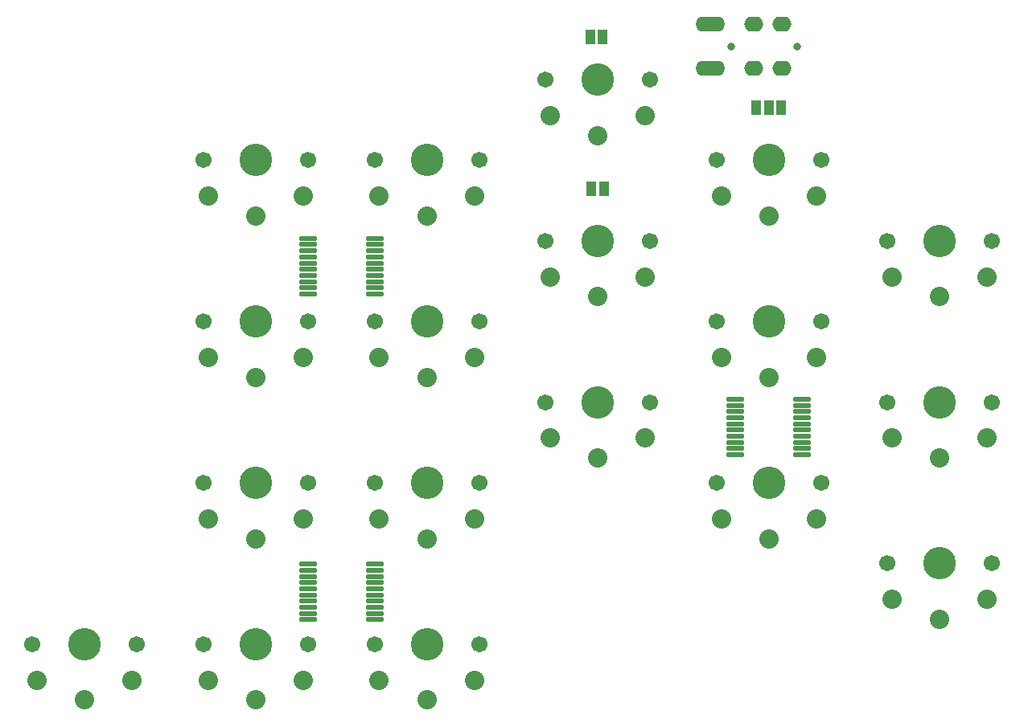
<source format=gbr>
%TF.GenerationSoftware,KiCad,Pcbnew,(6.0.4)*%
%TF.CreationDate,2022-11-15T19:41:09+00:00*%
%TF.ProjectId,pcb_v2,7063625f-7632-42e6-9b69-6361645f7063,rev?*%
%TF.SameCoordinates,Original*%
%TF.FileFunction,Soldermask,Bot*%
%TF.FilePolarity,Negative*%
%FSLAX46Y46*%
G04 Gerber Fmt 4.6, Leading zero omitted, Abs format (unit mm)*
G04 Created by KiCad (PCBNEW (6.0.4)) date 2022-11-15 19:41:09*
%MOMM*%
%LPD*%
G01*
G04 APERTURE LIST*
G04 Aperture macros list*
%AMRoundRect*
0 Rectangle with rounded corners*
0 $1 Rounding radius*
0 $2 $3 $4 $5 $6 $7 $8 $9 X,Y pos of 4 corners*
0 Add a 4 corners polygon primitive as box body*
4,1,4,$2,$3,$4,$5,$6,$7,$8,$9,$2,$3,0*
0 Add four circle primitives for the rounded corners*
1,1,$1+$1,$2,$3*
1,1,$1+$1,$4,$5*
1,1,$1+$1,$6,$7*
1,1,$1+$1,$8,$9*
0 Add four rect primitives between the rounded corners*
20,1,$1+$1,$2,$3,$4,$5,0*
20,1,$1+$1,$4,$5,$6,$7,0*
20,1,$1+$1,$6,$7,$8,$9,0*
20,1,$1+$1,$8,$9,$2,$3,0*%
G04 Aperture macros list end*
%ADD10C,3.429000*%
%ADD11C,1.701800*%
%ADD12C,2.032000*%
%ADD13C,0.800000*%
%ADD14O,2.000000X1.600000*%
%ADD15O,3.100000X1.600000*%
%ADD16R,1.000000X1.500000*%
%ADD17RoundRect,0.125000X0.825000X0.125000X-0.825000X0.125000X-0.825000X-0.125000X0.825000X-0.125000X0*%
G04 APERTURE END LIST*
D10*
%TO.C,KEY_B_4*%
X77000000Y-78500000D03*
D11*
X82500000Y-78500000D03*
X71500000Y-78500000D03*
D12*
X77000000Y-84400000D03*
X72000000Y-82300000D03*
X82000000Y-82300000D03*
%TD*%
D10*
%TO.C,KEY_B_2*%
X95000000Y-87000000D03*
D11*
X100500000Y-87000000D03*
X89500000Y-87000000D03*
D12*
X95000000Y-92900000D03*
X90000000Y-90800000D03*
X100000000Y-90800000D03*
%TD*%
D10*
%TO.C,KEY_C_1*%
X131000000Y-121000000D03*
D11*
X136500000Y-121000000D03*
X125500000Y-121000000D03*
D12*
X131000000Y-126900000D03*
X126000000Y-124800000D03*
X136000000Y-124800000D03*
%TD*%
D11*
%TO.C,KEY_A_0*%
X82500000Y-129500000D03*
X71500000Y-129500000D03*
D10*
X77000000Y-129500000D03*
D12*
X77000000Y-135400000D03*
X72000000Y-133300000D03*
X82000000Y-133300000D03*
%TD*%
D11*
%TO.C,KEY_C_3*%
X125500000Y-87000000D03*
D10*
X131000000Y-87000000D03*
D11*
X136500000Y-87000000D03*
D12*
X131000000Y-92900000D03*
X136000000Y-90800000D03*
X126000000Y-90800000D03*
%TD*%
D11*
%TO.C,KEY_C_0*%
X118500000Y-112500000D03*
D10*
X113000000Y-112500000D03*
D11*
X107500000Y-112500000D03*
D12*
X113000000Y-118400000D03*
X108000000Y-116300000D03*
X118000000Y-116300000D03*
%TD*%
D11*
%TO.C,KEY_C_2*%
X125500000Y-104000000D03*
X136500000Y-104000000D03*
D10*
X131000000Y-104000000D03*
D12*
X131000000Y-109900000D03*
X126000000Y-107800000D03*
X136000000Y-107800000D03*
%TD*%
D11*
%TO.C,KEY_A_5*%
X64500000Y-95500000D03*
D10*
X59000000Y-95500000D03*
D11*
X53500000Y-95500000D03*
D12*
X59000000Y-101400000D03*
X64000000Y-99300000D03*
X54000000Y-99300000D03*
%TD*%
D11*
%TO.C,KEY_B_1*%
X89500000Y-104000000D03*
X100500000Y-104000000D03*
D10*
X95000000Y-104000000D03*
D12*
X95000000Y-109900000D03*
X90000000Y-107800000D03*
X100000000Y-107800000D03*
%TD*%
D11*
%TO.C,KEY_C_5*%
X107500000Y-95500000D03*
D10*
X113000000Y-95500000D03*
D11*
X118500000Y-95500000D03*
D12*
X113000000Y-101400000D03*
X108000000Y-99300000D03*
X118000000Y-99300000D03*
%TD*%
D13*
%TO.C,JACK1*%
X109012500Y-66500000D03*
X116012500Y-66500000D03*
D14*
X111412500Y-68800000D03*
X111412500Y-64200000D03*
X114412500Y-68800000D03*
X114412500Y-64200000D03*
D15*
X106862500Y-64200000D03*
X106862500Y-68800000D03*
%TD*%
D11*
%TO.C,KEY_B_0*%
X82500000Y-95500000D03*
X71500000Y-95500000D03*
D10*
X77000000Y-95500000D03*
D12*
X77000000Y-101400000D03*
X72000000Y-99300000D03*
X82000000Y-99300000D03*
%TD*%
D10*
%TO.C,KEY_A_3*%
X77000000Y-112500000D03*
D11*
X82500000Y-112500000D03*
X71500000Y-112500000D03*
D12*
X77000000Y-118400000D03*
X82000000Y-116300000D03*
X72000000Y-116300000D03*
%TD*%
D11*
%TO.C,KEY_A_1*%
X53500000Y-129500000D03*
X64500000Y-129500000D03*
D10*
X59000000Y-129500000D03*
D12*
X59000000Y-135400000D03*
X54000000Y-133300000D03*
X64000000Y-133300000D03*
%TD*%
D10*
%TO.C,KEY_A_2*%
X41000000Y-129500000D03*
D11*
X35500000Y-129500000D03*
X46500000Y-129500000D03*
D12*
X41000000Y-135400000D03*
X36000000Y-133300000D03*
X46000000Y-133300000D03*
%TD*%
D11*
%TO.C,KEY_B_5*%
X53500000Y-78500000D03*
D10*
X59000000Y-78500000D03*
D11*
X64500000Y-78500000D03*
D12*
X59000000Y-84400000D03*
X64000000Y-82300000D03*
X54000000Y-82300000D03*
%TD*%
D10*
%TO.C,KEY_B_3*%
X95000000Y-70000000D03*
D11*
X100500000Y-70000000D03*
X89500000Y-70000000D03*
D12*
X95000000Y-75900000D03*
X100000000Y-73800000D03*
X90000000Y-73800000D03*
%TD*%
D10*
%TO.C,KEY_C_4*%
X113000000Y-78500000D03*
D11*
X107500000Y-78500000D03*
X118500000Y-78500000D03*
D12*
X113000000Y-84400000D03*
X108000000Y-82300000D03*
X118000000Y-82300000D03*
%TD*%
D11*
%TO.C,KEY_A_4*%
X64500000Y-112500000D03*
D10*
X59000000Y-112500000D03*
D11*
X53500000Y-112500000D03*
D12*
X59000000Y-118400000D03*
X54000000Y-116300000D03*
X64000000Y-116300000D03*
%TD*%
D16*
%TO.C,JP_5V_BACK1*%
X95650000Y-81500000D03*
X94350000Y-81500000D03*
%TD*%
%TO.C,JP_SELECT2*%
X114303179Y-73002740D03*
X113003179Y-73002740D03*
X111703179Y-73002740D03*
%TD*%
D17*
%TO.C,MCP_C_REV1*%
X116500000Y-103700000D03*
X116500000Y-104350000D03*
X116500000Y-105000000D03*
X116500000Y-105650000D03*
X116500000Y-106300000D03*
X116500000Y-106950000D03*
X116500000Y-107600000D03*
X116500000Y-108250000D03*
X116500000Y-108900000D03*
X116500000Y-109550000D03*
X109500000Y-109550000D03*
X109500000Y-108900000D03*
X109500000Y-108250000D03*
X109500000Y-107600000D03*
X109500000Y-106950000D03*
X109500000Y-106300000D03*
X109500000Y-105650000D03*
X109500000Y-105000000D03*
X109500000Y-104350000D03*
X109500000Y-103700000D03*
%TD*%
%TO.C,MCP_A_REV1*%
X71500000Y-121075000D03*
X71500000Y-121725000D03*
X71500000Y-122375000D03*
X71500000Y-123025000D03*
X71500000Y-123675000D03*
X71500000Y-124325000D03*
X71500000Y-124975000D03*
X71500000Y-125625000D03*
X71500000Y-126275000D03*
X71500000Y-126925000D03*
X64500000Y-126925000D03*
X64500000Y-126275000D03*
X64500000Y-125625000D03*
X64500000Y-124975000D03*
X64500000Y-124325000D03*
X64500000Y-123675000D03*
X64500000Y-123025000D03*
X64500000Y-122375000D03*
X64500000Y-121725000D03*
X64500000Y-121075000D03*
%TD*%
D16*
%TO.C,JP_GND_BACK1*%
X95500000Y-65500000D03*
X94200000Y-65500000D03*
%TD*%
D17*
%TO.C,MCP_B_REV1*%
X71501818Y-86748515D03*
X71501818Y-87398515D03*
X71501818Y-88048515D03*
X71501818Y-88698515D03*
X71501818Y-89348515D03*
X71501818Y-89998515D03*
X71501818Y-90648515D03*
X71501818Y-91298515D03*
X71501818Y-91948515D03*
X71501818Y-92598515D03*
X64501818Y-92598515D03*
X64501818Y-91948515D03*
X64501818Y-91298515D03*
X64501818Y-90648515D03*
X64501818Y-89998515D03*
X64501818Y-89348515D03*
X64501818Y-88698515D03*
X64501818Y-88048515D03*
X64501818Y-87398515D03*
X64501818Y-86748515D03*
%TD*%
M02*

</source>
